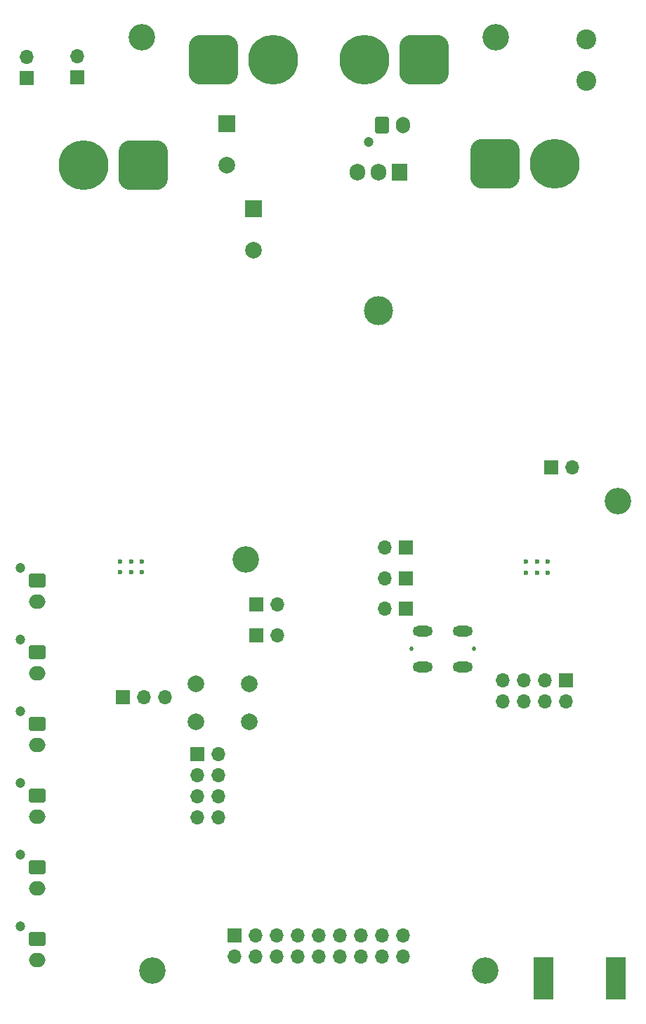
<source format=gbr>
%TF.GenerationSoftware,KiCad,Pcbnew,8.0.7*%
%TF.CreationDate,2025-03-30T10:34:42-04:00*%
%TF.ProjectId,RC-Car-Project,52432d43-6172-42d5-9072-6f6a6563742e,rev?*%
%TF.SameCoordinates,Original*%
%TF.FileFunction,Soldermask,Bot*%
%TF.FilePolarity,Negative*%
%FSLAX46Y46*%
G04 Gerber Fmt 4.6, Leading zero omitted, Abs format (unit mm)*
G04 Created by KiCad (PCBNEW 8.0.7) date 2025-03-30 10:34:42*
%MOMM*%
%LPD*%
G01*
G04 APERTURE LIST*
G04 Aperture macros list*
%AMRoundRect*
0 Rectangle with rounded corners*
0 $1 Rounding radius*
0 $2 $3 $4 $5 $6 $7 $8 $9 X,Y pos of 4 corners*
0 Add a 4 corners polygon primitive as box body*
4,1,4,$2,$3,$4,$5,$6,$7,$8,$9,$2,$3,0*
0 Add four circle primitives for the rounded corners*
1,1,$1+$1,$2,$3*
1,1,$1+$1,$4,$5*
1,1,$1+$1,$6,$7*
1,1,$1+$1,$8,$9*
0 Add four rect primitives between the rounded corners*
20,1,$1+$1,$2,$3,$4,$5,0*
20,1,$1+$1,$4,$5,$6,$7,0*
20,1,$1+$1,$6,$7,$8,$9,0*
20,1,$1+$1,$8,$9,$2,$3,0*%
G04 Aperture macros list end*
%ADD10C,0.600000*%
%ADD11C,2.400000*%
%ADD12R,2.420000X5.080000*%
%ADD13RoundRect,1.500000X1.500000X1.500000X-1.500000X1.500000X-1.500000X-1.500000X1.500000X-1.500000X0*%
%ADD14C,6.000000*%
%ADD15R,1.700000X1.700000*%
%ADD16O,1.700000X1.700000*%
%ADD17C,1.200000*%
%ADD18RoundRect,0.250000X-0.750000X0.600000X-0.750000X-0.600000X0.750000X-0.600000X0.750000X0.600000X0*%
%ADD19O,2.000000X1.700000*%
%ADD20C,3.500000*%
%ADD21R,1.905000X2.000000*%
%ADD22O,1.905000X2.000000*%
%ADD23C,3.200000*%
%ADD24R,2.000000X2.000000*%
%ADD25C,2.000000*%
%ADD26RoundRect,1.500000X-1.500000X-1.500000X1.500000X-1.500000X1.500000X1.500000X-1.500000X1.500000X0*%
%ADD27RoundRect,0.250000X-0.600000X-0.750000X0.600000X-0.750000X0.600000X0.750000X-0.600000X0.750000X0*%
%ADD28O,1.700000X2.000000*%
%ADD29C,0.520000*%
%ADD30O,2.404000X1.304000*%
G04 APERTURE END LIST*
D10*
%TO.C,U2*%
X177628000Y-106963000D03*
X176328000Y-106963000D03*
X175028000Y-106963000D03*
X177628000Y-108263002D03*
X176328000Y-108263002D03*
X175028000Y-108263002D03*
%TD*%
D11*
%TO.C,C46*%
X182245000Y-49022000D03*
X182245000Y-44022000D03*
%TD*%
D12*
%TO.C,J15*%
X177103000Y-157168000D03*
X185863000Y-157168000D03*
%TD*%
D13*
%TO.C,J1*%
X162700000Y-46482000D03*
D14*
X155500000Y-46482000D03*
%TD*%
D15*
%TO.C,J13*%
X179832000Y-121285000D03*
D16*
X179832000Y-123825000D03*
X177292000Y-121285000D03*
X177292000Y-123825000D03*
X174752000Y-121285000D03*
X174752000Y-123825000D03*
X172212000Y-121285000D03*
X172212000Y-123825000D03*
%TD*%
D17*
%TO.C,J7*%
X114078000Y-116296000D03*
D18*
X116078000Y-117896000D03*
D19*
X116078000Y-120396000D03*
%TD*%
D20*
%TO.C,Q1*%
X157226000Y-76731000D03*
D21*
X159766000Y-60071000D03*
D22*
X157226000Y-60071000D03*
X154686000Y-60071000D03*
%TD*%
D23*
%TO.C,REF\u002A\u002A*%
X141224000Y-106680000D03*
%TD*%
D15*
%TO.C,TP3*%
X114808000Y-48646000D03*
D16*
X114808000Y-46106000D03*
%TD*%
D15*
%TO.C,TP7*%
X142489000Y-112141000D03*
D16*
X145029000Y-112141000D03*
%TD*%
D15*
%TO.C,J12*%
X135382000Y-130175000D03*
D16*
X137922000Y-130175000D03*
X135382000Y-132715000D03*
X137922000Y-132715000D03*
X135382000Y-135255000D03*
X137922000Y-135255000D03*
X135382000Y-137795000D03*
X137922000Y-137795000D03*
%TD*%
D17*
%TO.C,J6*%
X114039900Y-124932000D03*
D18*
X116039900Y-126532000D03*
D19*
X116039900Y-129032000D03*
%TD*%
D23*
%TO.C,REF\u002A\u002A*%
X171323000Y-43815000D03*
%TD*%
%TO.C,REF\u002A\u002A*%
X170053000Y-156210000D03*
%TD*%
D24*
%TO.C,C1*%
X138938000Y-54147323D03*
D25*
X138938000Y-59147323D03*
%TD*%
D17*
%TO.C,J10*%
X114039900Y-150840000D03*
D18*
X116039900Y-152440000D03*
D19*
X116039900Y-154940000D03*
%TD*%
D15*
%TO.C,TP5*%
X142489000Y-115824000D03*
D16*
X145029000Y-115824000D03*
%TD*%
D23*
%TO.C,REF\u002A\u002A*%
X129921000Y-156210000D03*
%TD*%
D15*
%TO.C,J11*%
X139840000Y-152000000D03*
D16*
X139840000Y-154540000D03*
X142380000Y-152000000D03*
X142380000Y-154540000D03*
X144920000Y-152000000D03*
X144920000Y-154540000D03*
X147460000Y-152000000D03*
X147460000Y-154540000D03*
X150000000Y-152000000D03*
X150000000Y-154540000D03*
X152540000Y-152000000D03*
X152540000Y-154540000D03*
X155080000Y-152000000D03*
X155080000Y-154540000D03*
X157620000Y-152000000D03*
X157620000Y-154540000D03*
X160160000Y-152000000D03*
X160160000Y-154540000D03*
%TD*%
D15*
%TO.C,SW2*%
X126365000Y-123317000D03*
D16*
X128905000Y-123317000D03*
X131445000Y-123317000D03*
%TD*%
D24*
%TO.C,C2*%
X142113000Y-64434323D03*
D25*
X142113000Y-69434323D03*
%TD*%
D23*
%TO.C,REF\u002A\u002A*%
X128651000Y-43815000D03*
%TD*%
D17*
%TO.C,J8*%
X114078000Y-107660000D03*
D18*
X116078000Y-109260000D03*
D19*
X116078000Y-111760000D03*
%TD*%
D15*
%TO.C,TP8*%
X178049000Y-95631000D03*
D16*
X180589000Y-95631000D03*
%TD*%
D17*
%TO.C,J9*%
X114039900Y-142204000D03*
D18*
X116039900Y-143804000D03*
D19*
X116039900Y-146304000D03*
%TD*%
D10*
%TO.C,U3*%
X128681000Y-106903998D03*
X127381000Y-106903998D03*
X126081000Y-106903998D03*
X128681000Y-108204000D03*
X127381000Y-108204000D03*
X126081000Y-108204000D03*
%TD*%
D13*
%TO.C,J4*%
X128822000Y-59182000D03*
D14*
X121622000Y-59182000D03*
%TD*%
D25*
%TO.C,SW1*%
X135180000Y-121702000D03*
X141680000Y-121702000D03*
X135180000Y-126202000D03*
X141680000Y-126202000D03*
%TD*%
D15*
%TO.C,TP2*%
X120904000Y-48641000D03*
D16*
X120904000Y-46101000D03*
%TD*%
D26*
%TO.C,J2*%
X137300000Y-46482000D03*
D14*
X144500000Y-46482000D03*
%TD*%
D26*
%TO.C,J3*%
X171279000Y-59055000D03*
D14*
X178479000Y-59055000D03*
%TD*%
D15*
%TO.C,TP4*%
X160528000Y-105283000D03*
D16*
X157988000Y-105283000D03*
%TD*%
D15*
%TO.C,TP1*%
X160528000Y-112649000D03*
D16*
X157988000Y-112649000D03*
%TD*%
D15*
%TO.C,TP6*%
X160528000Y-108966000D03*
D16*
X157988000Y-108966000D03*
%TD*%
D17*
%TO.C,J16*%
X156047000Y-56356000D03*
D27*
X157647000Y-54356000D03*
D28*
X160147000Y-54356000D03*
%TD*%
D29*
%TO.C,J14*%
X168723000Y-117475000D03*
X161223000Y-117475000D03*
D30*
X167373000Y-119625000D03*
X167373000Y-115325000D03*
X162573000Y-119625000D03*
X162573000Y-115325000D03*
%TD*%
D17*
%TO.C,J5*%
X114039900Y-133568000D03*
D18*
X116039900Y-135168000D03*
D19*
X116039900Y-137668000D03*
%TD*%
D23*
%TO.C,REF\u002A\u002A*%
X186055000Y-99695000D03*
%TD*%
M02*

</source>
